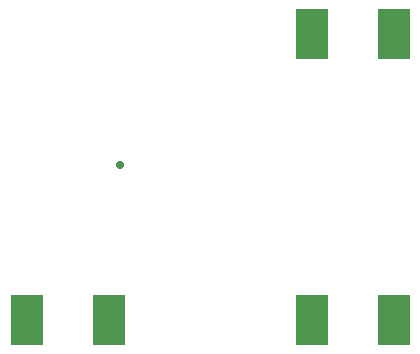
<source format=gbr>
G04 EAGLE Gerber RS-274X export*
G75*
%MOIN*%
%FSLAX34Y34*%
%LPD*%
%INSoldermask Bottom*%
%IPPOS*%
%AMOC8*
5,1,8,0,0,1.08239X$1,22.5*%
G01*
%ADD10R,0.110000X0.170000*%
%ADD11C,0.028780*%


D10*
X11124Y10367D03*
X13876Y10367D03*
X13876Y833D03*
X11124Y833D03*
X4376Y833D03*
X1624Y833D03*
D11*
X4750Y6000D03*
M02*

</source>
